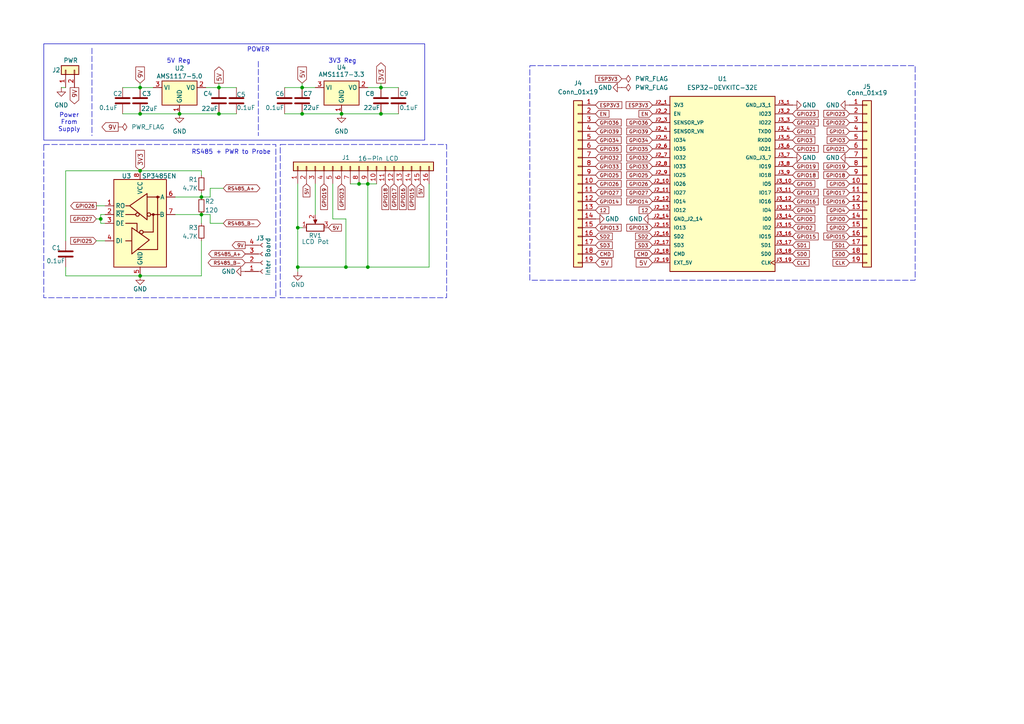
<source format=kicad_sch>
(kicad_sch (version 20231120) (generator "eeschema") (generator_version "8.0")
  (paper "A4")
  (lib_symbols
    (symbol "Connector:Conn_01x04_Socket" (pin_names (offset 1.016) hide)
      (property "Reference" "J" (at 0 5.08 0))
      (property "Value" "Conn_01x04_Socket" (at 0 -7.62 0))
      (symbol "Conn_01x04_Socket_1_1"
        (arc (start 0 -4.572) (mid -0.5058 -5.08) (end 0 -5.588) (stroke (width 0.1524)))
        (arc (start 0 -2.032) (mid -0.5058 -2.54) (end 0 -3.048) (stroke (width 0.1524)))
        (polyline (pts (xy -1.27 -5.08) (xy -0.508 -5.08)) (stroke (width 0.1524)))
        (polyline (pts (xy -1.27 -2.54) (xy -0.508 -2.54)) (stroke (width 0.1524)))
        (polyline (pts (xy -1.27 0) (xy -0.508 0)) (stroke (width 0.1524)))
        (polyline (pts (xy -1.27 2.54) (xy -0.508 2.54)) (stroke (width 0.1524)))
        (arc (start 0 0.508) (mid -0.5058 0) (end 0 -0.508) (stroke (width 0.1524)))
        (arc (start 0 3.048) (mid -0.5058 2.54) (end 0 2.032) (stroke (width 0.1524)))
        (pin passive line (at -5.08 2.54 0) (length 3.81) (name "Pin_1") (number "1"))
        (pin passive line (at -5.08 0 0) (length 3.81) (name "Pin_2") (number "2"))
        (pin passive line (at -5.08 -2.54 0) (length 3.81) (name "Pin_3") (number "3"))
        (pin passive line (at -5.08 -5.08 0) (length 3.81) (name "Pin_4") (number "4"))
      )
    )
    (symbol "Connector_Generic:Conn_01x02" (pin_names (offset 1.016) hide)
      (property "Reference" "J" (at 0 2.54 0))
      (property "Value" "Conn_01x02" (at 0 -5.08 0))
      (symbol "Conn_01x02_1_1"
        (rectangle (start -1.27 -2.413) (end 0 -2.667) (stroke (width 0.1524)))
        (rectangle (start -1.27 0.127) (end 0 -0.127) (stroke (width 0.1524)))
        (rectangle (start -1.27 1.27) (end 1.27 -3.81) (stroke (width 0.254)) (fill (type background)))
        (pin passive line (at -5.08 0 0) (length 3.81) (name "Pin_1") (number "1"))
        (pin passive line (at -5.08 -2.54 0) (length 3.81) (name "Pin_2") (number "2"))
      )
    )
    (symbol "Connector_Generic:Conn_01x16" (pin_names (offset 1.016) hide)
      (property "Reference" "J" (at 0 20.32 0))
      (property "Value" "Conn_01x16" (at 0 -22.86 0))
      (symbol "Conn_01x16_1_1"
        (rectangle (start -1.27 -20.193) (end 0 -20.447) (stroke (width 0.1524)))
        (rectangle (start -1.27 -17.653) (end 0 -17.907) (stroke (width 0.1524)))
        (rectangle (start -1.27 -15.113) (end 0 -15.367) (stroke (width 0.1524)))
        (rectangle (start -1.27 -12.573) (end 0 -12.827) (stroke (width 0.1524)))
        (rectangle (start -1.27 -10.033) (end 0 -10.287) (stroke (width 0.1524)))
        (rectangle (start -1.27 -7.493) (end 0 -7.747) (stroke (width 0.1524)))
        (rectangle (start -1.27 -4.953) (end 0 -5.207) (stroke (width 0.1524)))
        (rectangle (start -1.27 -2.413) (end 0 -2.667) (stroke (width 0.1524)))
        (rectangle (start -1.27 0.127) (end 0 -0.127) (stroke (width 0.1524)))
        (rectangle (start -1.27 2.667) (end 0 2.413) (stroke (width 0.1524)))
        (rectangle (start -1.27 5.207) (end 0 4.953) (stroke (width 0.1524)))
        (rectangle (start -1.27 7.747) (end 0 7.493) (stroke (width 0.1524)))
        (rectangle (start -1.27 10.287) (end 0 10.033) (stroke (width 0.1524)))
        (rectangle (start -1.27 12.827) (end 0 12.573) (stroke (width 0.1524)))
        (rectangle (start -1.27 15.367) (end 0 15.113) (stroke (width 0.1524)))
        (rectangle (start -1.27 17.907) (end 0 17.653) (stroke (width 0.1524)))
        (rectangle (start -1.27 19.05) (end 1.27 -21.59) (stroke (width 0.254)) (fill (type background)))
        (pin passive line (at -5.08 17.78 0) (length 3.81) (name "Pin_1") (number "1"))
        (pin passive line (at -5.08 -5.08 0) (length 3.81) (name "Pin_10") (number "10"))
        (pin passive line (at -5.08 -7.62 0) (length 3.81) (name "Pin_11") (number "11"))
        (pin passive line (at -5.08 -10.16 0) (length 3.81) (name "Pin_12") (number "12"))
        (pin passive line (at -5.08 -12.7 0) (length 3.81) (name "Pin_13") (number "13"))
        (pin passive line (at -5.08 -15.24 0) (length 3.81) (name "Pin_14") (number "14"))
        (pin passive line (at -5.08 -17.78 0) (length 3.81) (name "Pin_15") (number "15"))
        (pin passive line (at -5.08 -20.32 0) (length 3.81) (name "Pin_16") (number "16"))
        (pin passive line (at -5.08 15.24 0) (length 3.81) (name "Pin_2") (number "2"))
        (pin passive line (at -5.08 12.7 0) (length 3.81) (name "Pin_3") (number "3"))
        (pin passive line (at -5.08 10.16 0) (length 3.81) (name "Pin_4") (number "4"))
        (pin passive line (at -5.08 7.62 0) (length 3.81) (name "Pin_5") (number "5"))
        (pin passive line (at -5.08 5.08 0) (length 3.81) (name "Pin_6") (number "6"))
        (pin passive line (at -5.08 2.54 0) (length 3.81) (name "Pin_7") (number "7"))
        (pin passive line (at -5.08 0 0) (length 3.81) (name "Pin_8") (number "8"))
        (pin passive line (at -5.08 -2.54 0) (length 3.81) (name "Pin_9") (number "9"))
      )
    )
    (symbol "Connector_Generic:Conn_01x19" (pin_names (offset 1.016) hide)
      (property "Reference" "J" (at 0 25.4 0))
      (property "Value" "Conn_01x19" (at 0 -25.4 0))
      (symbol "Conn_01x19_1_1"
        (rectangle (start -1.27 -22.733) (end 0 -22.987) (stroke (width 0.1524)))
        (rectangle (start -1.27 -20.193) (end 0 -20.447) (stroke (width 0.1524)))
        (rectangle (start -1.27 -17.653) (end 0 -17.907) (stroke (width 0.1524)))
        (rectangle (start -1.27 -15.113) (end 0 -15.367) (stroke (width 0.1524)))
        (rectangle (start -1.27 -12.573) (end 0 -12.827) (stroke (width 0.1524)))
        (rectangle (start -1.27 -10.033) (end 0 -10.287) (stroke (width 0.1524)))
        (rectangle (start -1.27 -7.493) (end 0 -7.747) (stroke (width 0.1524)))
        (rectangle (start -1.27 -4.953) (end 0 -5.207) (stroke (width 0.1524)))
        (rectangle (start -1.27 -2.413) (end 0 -2.667) (stroke (width 0.1524)))
        (rectangle (start -1.27 0.127) (end 0 -0.127) (stroke (width 0.1524)))
        (rectangle (start -1.27 2.667) (end 0 2.413) (stroke (width 0.1524)))
        (rectangle (start -1.27 5.207) (end 0 4.953) (stroke (width 0.1524)))
        (rectangle (start -1.27 7.747) (end 0 7.493) (stroke (width 0.1524)))
        (rectangle (start -1.27 10.287) (end 0 10.033) (stroke (width 0.1524)))
        (rectangle (start -1.27 12.827) (end 0 12.573) (stroke (width 0.1524)))
        (rectangle (start -1.27 15.367) (end 0 15.113) (stroke (width 0.1524)))
        (rectangle (start -1.27 17.907) (end 0 17.653) (stroke (width 0.1524)))
        (rectangle (start -1.27 20.447) (end 0 20.193) (stroke (width 0.1524)))
        (rectangle (start -1.27 22.987) (end 0 22.733) (stroke (width 0.1524)))
        (rectangle (start -1.27 24.13) (end 1.27 -24.13) (stroke (width 0.254)) (fill (type background)))
        (pin passive line (at -5.08 22.86 0) (length 3.81) (name "Pin_1") (number "1"))
        (pin passive line (at -5.08 0 0) (length 3.81) (name "Pin_10") (number "10"))
        (pin passive line (at -5.08 -2.54 0) (length 3.81) (name "Pin_11") (number "11"))
        (pin passive line (at -5.08 -5.08 0) (length 3.81) (name "Pin_12") (number "12"))
        (pin passive line (at -5.08 -7.62 0) (length 3.81) (name "Pin_13") (number "13"))
        (pin passive line (at -5.08 -10.16 0) (length 3.81) (name "Pin_14") (number "14"))
        (pin passive line (at -5.08 -12.7 0) (length 3.81) (name "Pin_15") (number "15"))
        (pin passive line (at -5.08 -15.24 0) (length 3.81) (name "Pin_16") (number "16"))
        (pin passive line (at -5.08 -17.78 0) (length 3.81) (name "Pin_17") (number "17"))
        (pin passive line (at -5.08 -20.32 0) (length 3.81) (name "Pin_18") (number "18"))
        (pin passive line (at -5.08 -22.86 0) (length 3.81) (name "Pin_19") (number "19"))
        (pin passive line (at -5.08 20.32 0) (length 3.81) (name "Pin_2") (number "2"))
        (pin passive line (at -5.08 17.78 0) (length 3.81) (name "Pin_3") (number "3"))
        (pin passive line (at -5.08 15.24 0) (length 3.81) (name "Pin_4") (number "4"))
        (pin passive line (at -5.08 12.7 0) (length 3.81) (name "Pin_5") (number "5"))
        (pin passive line (at -5.08 10.16 0) (length 3.81) (name "Pin_6") (number "6"))
        (pin passive line (at -5.08 7.62 0) (length 3.81) (name "Pin_7") (number "7"))
        (pin passive line (at -5.08 5.08 0) (length 3.81) (name "Pin_8") (number "8"))
        (pin passive line (at -5.08 2.54 0) (length 3.81) (name "Pin_9") (number "9"))
      )
    )
    (symbol "Device:C" (pin_numbers hide) (pin_names (offset 0.254))
      (property "Reference" "C" (at 0.635 2.54 0))
      (property "Value" "C" (at 0.635 -2.54 0))
      (symbol "C_0_1"
        (polyline (pts (xy -2.032 -0.762) (xy 2.032 -0.762)) (stroke (width 0.508)))
        (polyline (pts (xy -2.032 0.762) (xy 2.032 0.762)) (stroke (width 0.508)))
      )
      (symbol "C_1_1"
        (pin passive line (at 0 3.81 270) (length 2.794) (name "~") (number "1"))
        (pin passive line (at 0 -3.81 90) (length 2.794) (name "~") (number "2"))
      )
    )
    (symbol "Device:R_Potentiometer" (pin_names (offset 1.016) hide)
      (property "Reference" "RV" (at -4.445 0 90))
      (property "Value" "R_Potentiometer" (at -2.54 0 90))
      (symbol "R_Potentiometer_0_1"
        (polyline (pts (xy 2.54 0) (xy 1.524 0)))
        (polyline (pts (xy 1.143 0) (xy 2.286 0.508) (xy 2.286 -0.508) (xy 1.143 0)) (fill (type outline)))
        (rectangle (start 1.016 2.54) (end -1.016 -2.54) (stroke (width 0.254)))
      )
      (symbol "R_Potentiometer_1_1"
        (pin passive line (at 0 3.81 270) (length 1.27) (name "1") (number "1"))
        (pin passive line (at 3.81 0 180) (length 1.27) (name "2") (number "2"))
        (pin passive line (at 0 -3.81 90) (length 1.27) (name "3") (number "3"))
      )
    )
    (symbol "Device:R_Small" (pin_numbers hide) (pin_names (offset 0.254) hide)
      (property "Reference" "R" (at 0.762 0.508 0))
      (property "Value" "R_Small" (at 0.762 -1.016 0))
      (symbol "R_Small_0_1"
        (rectangle (start -0.762 1.778) (end 0.762 -1.778) (stroke (width 0.2032)))
      )
      (symbol "R_Small_1_1"
        (pin passive line (at 0 2.54 270) (length 0.762) (name "~") (number "1"))
        (pin passive line (at 0 -2.54 90) (length 0.762) (name "~") (number "2"))
      )
    )
    (symbol "Interface_UART:SP3485EN"
      (property "Reference" "U" (at -7.62 13.97 0))
      (property "Value" "SP3485EN" (at 1.905 13.97 0))
      (symbol "SP3485EN_0_1"
        (rectangle (start -7.62 12.7) (end 7.62 -12.7) (stroke (width 0.254)) (fill (type background)))
        (polyline (pts (xy -4.191 2.54) (xy -1.27 2.54)) (stroke (width 0.254)))
        (polyline (pts (xy -2.54 -5.08) (xy -4.191 -5.08)) (stroke (width 0.254)))
        (polyline (pts (xy -0.635 -7.62) (xy 5.08 -7.62)) (stroke (width 0.254)))
        (polyline (pts (xy 0.889 -2.54) (xy 3.81 -2.54)) (stroke (width 0.254)))
        (polyline (pts (xy 2.032 7.62) (xy 5.715 7.62)) (stroke (width 0.254)))
        (polyline (pts (xy 3.048 2.54) (xy 5.715 2.54)) (stroke (width 0.254)))
        (polyline (pts (xy 3.81 -2.54) (xy 3.81 2.54)) (stroke (width 0.254)))
        (polyline (pts (xy 5.08 -7.62) (xy 5.08 7.62)) (stroke (width 0.254)))
        (polyline (pts (xy -4.191 0) (xy -0.889 0) (xy -0.889 -2.286)) (stroke (width 0.254)))
        (polyline (pts (xy -3.175 5.08) (xy -4.191 5.08) (xy -4.064 5.08)) (stroke (width 0.254)))
        (polyline (pts (xy -2.413 -5.08) (xy -2.413 -1.27) (xy 2.667 -4.826) (xy -2.413 -8.89) (xy -2.413 -5.08)) (stroke (width 0.254)))
        (circle (center 0.381 -2.54) (radius 0.508) (stroke (width 0.254)))
        (circle (center 3.81 2.54) (radius 0.2794) (stroke (width 0.254)) (fill (type outline)))
      )
      (symbol "SP3485EN_1_1"
        (circle (center -0.762 2.54) (radius 0.508) (stroke (width 0.254)))
        (polyline (pts (xy 2.032 4.826) (xy 2.032 8.636) (xy -3.048 5.08) (xy 2.032 1.016) (xy 2.032 4.826)) (stroke (width 0.254)))
        (circle (center 2.54 2.54) (radius 0.508) (stroke (width 0.254)))
        (circle (center 5.08 7.62) (radius 0.2794) (stroke (width 0.254)) (fill (type outline)))
        (pin output line (at -10.16 5.08 0) (length 2.54) (name "RO") (number "1"))
        (pin input line (at -10.16 2.54 0) (length 2.54) (name "~{RE}") (number "2"))
        (pin input line (at -10.16 0 0) (length 2.54) (name "DE") (number "3"))
        (pin input line (at -10.16 -5.08 0) (length 2.54) (name "DI") (number "4"))
        (pin power_in line (at 0 -15.24 90) (length 2.54) (name "GND") (number "5"))
        (pin bidirectional line (at 10.16 7.62 180) (length 2.54) (name "A") (number "6"))
        (pin bidirectional line (at 10.16 2.54 180) (length 2.54) (name "B") (number "7"))
        (pin power_in line (at 0 15.24 270) (length 2.54) (name "VCC") (number "8"))
      )
    )
    (symbol "Regulator_Linear:AMS1117-3.3"
      (property "Reference" "U" (at -3.81 3.175 0))
      (property "Value" "AMS1117-3.3" (at 0 3.175 0))
      (symbol "AMS1117-3.3_0_1"
        (rectangle (start -5.08 -5.08) (end 5.08 1.905) (stroke (width 0.254)) (fill (type background)))
      )
      (symbol "AMS1117-3.3_1_1"
        (pin power_in line (at 0 -7.62 90) (length 2.54) (name "GND") (number "1"))
        (pin power_out line (at 7.62 0 180) (length 2.54) (name "VO") (number "2"))
        (pin power_in line (at -7.62 0 0) (length 2.54) (name "VI") (number "3"))
      )
    )
    (symbol "Regulator_Linear:AMS1117-5.0"
      (property "Reference" "U" (at -3.81 3.175 0))
      (property "Value" "AMS1117-5.0" (at 0 3.175 0))
      (symbol "AMS1117-5.0_0_1"
        (rectangle (start -5.08 -5.08) (end 5.08 1.905) (stroke (width 0.254)) (fill (type background)))
      )
      (symbol "AMS1117-5.0_1_1"
        (pin power_in line (at 0 -7.62 90) (length 2.54) (name "GND") (number "1"))
        (pin power_out line (at 7.62 0 180) (length 2.54) (name "VO") (number "2"))
        (pin power_in line (at -7.62 0 0) (length 2.54) (name "VI") (number "3"))
      )
    )
    (symbol "ThesisLibrary:ESP32-DEVKITC-32E" (pin_names (offset 1.016))
      (property "Reference" "U" (at -15.24 26.162 0))
      (property "Value" "ESP32-DEVKITC-32E" (at -15.24 -27.94 0))
      (symbol "ESP32-DEVKITC-32E_0_0"
        (rectangle (start -15.24 -25.4) (end 15.24 25.4) (stroke (width 0.254)) (fill (type background)))
        (pin power_in line (at -20.32 22.86 0) (length 5.08) (name "3V3") (number "J2_1"))
        (pin bidirectional line (at -20.32 0 0) (length 5.08) (name "IO26") (number "J2_10"))
        (pin bidirectional line (at -20.32 -2.54 0) (length 5.08) (name "IO27") (number "J2_11"))
        (pin bidirectional line (at -20.32 -5.08 0) (length 5.08) (name "IO14") (number "J2_12"))
        (pin bidirectional line (at -20.32 -7.62 0) (length 5.08) (name "IO12") (number "J2_13"))
        (pin power_in line (at -20.32 -10.16 0) (length 5.08) (name "GND_J2_14") (number "J2_14"))
        (pin bidirectional line (at -20.32 -12.7 0) (length 5.08) (name "IO13") (number "J2_15"))
        (pin bidirectional line (at -20.32 -15.24 0) (length 5.08) (name "SD2") (number "J2_16"))
        (pin bidirectional line (at -20.32 -17.78 0) (length 5.08) (name "SD3") (number "J2_17"))
        (pin bidirectional line (at -20.32 -20.32 0) (length 5.08) (name "CMD") (number "J2_18"))
        (pin power_in line (at -20.32 -22.86 0) (length 5.08) (name "EXT_5V") (number "J2_19"))
        (pin input line (at -20.32 20.32 0) (length 5.08) (name "EN") (number "J2_2"))
        (pin bidirectional line (at -20.32 17.78 0) (length 5.08) (name "SENSOR_VP") (number "J2_3"))
        (pin bidirectional line (at -20.32 15.24 0) (length 5.08) (name "SENSOR_VN") (number "J2_4"))
        (pin bidirectional line (at -20.32 12.7 0) (length 5.08) (name "IO34") (number "J2_5"))
        (pin bidirectional line (at -20.32 10.16 0) (length 5.08) (name "IO35") (number "J2_6"))
        (pin bidirectional line (at -20.32 7.62 0) (length 5.08) (name "IO32") (number "J2_7"))
        (pin bidirectional line (at -20.32 5.08 0) (length 5.08) (name "IO33") (number "J2_8"))
        (pin bidirectional line (at -20.32 2.54 0) (length 5.08) (name "IO25") (number "J2_9"))
        (pin power_in line (at 20.32 22.86 180) (length 5.08) (name "GND_J3_1") (number "J3_1"))
        (pin bidirectional line (at 20.32 0 180) (length 5.08) (name "IO5") (number "J3_10"))
        (pin bidirectional line (at 20.32 -2.54 180) (length 5.08) (name "IO17") (number "J3_11"))
        (pin bidirectional line (at 20.32 -5.08 180) (length 5.08) (name "IO16") (number "J3_12"))
        (pin bidirectional line (at 20.32 -7.62 180) (length 5.08) (name "IO4") (number "J3_13"))
        (pin bidirectional line (at 20.32 -10.16 180) (length 5.08) (name "IO0") (number "J3_14"))
        (pin bidirectional line (at 20.32 -12.7 180) (length 5.08) (name "IO2") (number "J3_15"))
        (pin bidirectional line (at 20.32 -15.24 180) (length 5.08) (name "IO15") (number "J3_16"))
        (pin bidirectional line (at 20.32 -17.78 180) (length 5.08) (name "SD1") (number "J3_17"))
        (pin bidirectional line (at 20.32 -20.32 180) (length 5.08) (name "SD0") (number "J3_18"))
        (pin bidirectional clock (at 20.32 -22.86 180) (length 5.08) (name "CLK") (number "J3_19"))
        (pin bidirectional line (at 20.32 20.32 180) (length 5.08) (name "IO23") (number "J3_2"))
        (pin bidirectional line (at 20.32 17.78 180) (length 5.08) (name "IO22") (number "J3_3"))
        (pin bidirectional line (at 20.32 15.24 180) (length 5.08) (name "TXD0") (number "J3_4"))
        (pin bidirectional line (at 20.32 12.7 180) (length 5.08) (name "RXD0") (number "J3_5"))
        (pin bidirectional line (at 20.32 10.16 180) (length 5.08) (name "IO21") (number "J3_6"))
        (pin power_in line (at 20.32 7.62 180) (length 5.08) (name "GND_J3_7") (number "J3_7"))
        (pin bidirectional line (at 20.32 5.08 180) (length 5.08) (name "IO19") (number "J3_8"))
        (pin bidirectional line (at 20.32 2.54 180) (length 5.08) (name "IO18") (number "J3_9"))
      )
    )
    (symbol "power:GND" (power) (pin_numbers hide) (pin_names (offset 0) hide)
      (property "Value" "GND" (at 0 -3.81 0))
      (symbol "GND_0_1"
        (polyline (pts (xy 0 0) (xy 0 -1.27) (xy 1.27 -1.27) (xy 0 -2.54) (xy -1.27 -1.27) (xy 0 -1.27)))
      )
      (symbol "GND_1_1"
        (pin power_in line (at 0 0 270) (length 0) (name "~") (number "1"))
      )
    )
    (symbol "power:PWR_FLAG" (power) (pin_numbers hide) (pin_names (offset 0) hide)
      (property "Value" "PWR_FLAG" (at 0 3.81 0))
      (symbol "PWR_FLAG_0_0"
        (pin power_out line (at 0 0 90) (length 0) (name "~") (number "1"))
      )
      (symbol "PWR_FLAG_0_1"
        (polyline (pts (xy 0 0) (xy 0 1.27) (xy -1.016 1.905) (xy 0 2.54) (xy 1.016 1.905) (xy 0 1.27)))
      )
    )
  )
  (junction (at 99.06 33.02))
  (junction (at 58.42 57.15))
  (junction (at 86.36 66.04))
  (junction (at 87.63 25.4))
  (junction (at 110.49 25.4))
  (junction (at 86.36 77.47))
  (junction (at 52.07 33.02))
  (junction (at 104.14 53.34))
  (junction (at 58.42 62.23))
  (junction (at 106.68 53.34))
  (junction (at 29.21 63.5))
  (junction (at 87.63 33.02))
  (junction (at 106.68 77.47))
  (junction (at 40.64 49.53))
  (junction (at 40.64 80.01))
  (junction (at 63.5 33.02))
  (junction (at 110.49 33.02))
  (junction (at 100.33 77.47))
  (junction (at 40.64 25.4))
  (junction (at 63.5 25.4))
  (junction (at 40.64 33.02))
  (wire (pts (xy 29.21 63.5) (xy 29.21 64.77)))
  (wire (pts (xy 58.42 62.23) (xy 58.42 64.77)))
  (polyline (pts (xy 74.93 17.78) (xy 74.93 39.37)) (stroke (width 0) (type dash)))
  (wire (pts (xy 58.42 57.15) (xy 50.8 57.15)))
  (wire (pts (xy 63.5 33.02) (xy 68.58 33.02)))
  (wire (pts (xy 124.46 53.34) (xy 124.46 77.47)))
  (wire (pts (xy 58.42 55.88) (xy 58.42 57.15)))
  (wire (pts (xy 35.56 33.02) (xy 40.64 33.02)))
  (wire (pts (xy 52.07 33.02) (xy 63.5 33.02)))
  (wire (pts (xy 106.68 25.4) (xy 110.49 25.4)))
  (wire (pts (xy 60.96 54.61) (xy 60.96 57.15)))
  (wire (pts (xy 100.33 63.5) (xy 100.33 77.47)))
  (wire (pts (xy 110.49 24.13) (xy 110.49 25.4)))
  (wire (pts (xy 99.06 33.02) (xy 110.49 33.02)))
  (wire (pts (xy 40.64 25.4) (xy 44.45 25.4)))
  (wire (pts (xy 27.94 59.69) (xy 30.48 59.69)))
  (wire (pts (xy 19.05 49.53) (xy 40.64 49.53)))
  (wire (pts (xy 17.78 25.4) (xy 19.05 25.4)))
  (wire (pts (xy 100.33 77.47) (xy 106.68 77.47)))
  (wire (pts (xy 29.21 62.23) (xy 29.21 63.5)))
  (wire (pts (xy 104.14 53.34) (xy 106.68 53.34)))
  (wire (pts (xy 60.96 64.77) (xy 64.77 64.77)))
  (wire (pts (xy 19.05 77.47) (xy 19.05 80.01)))
  (wire (pts (xy 64.77 54.61) (xy 60.96 54.61)))
  (wire (pts (xy 86.36 78.74) (xy 86.36 77.47)))
  (wire (pts (xy 58.42 62.23) (xy 60.96 62.23)))
  (wire (pts (xy 82.55 25.4) (xy 87.63 25.4)))
  (wire (pts (xy 29.21 62.23) (xy 30.48 62.23)))
  (wire (pts (xy 86.36 77.47) (xy 86.36 66.04)))
  (wire (pts (xy 60.96 57.15) (xy 58.42 57.15)))
  (wire (pts (xy 87.63 24.13) (xy 87.63 25.4)))
  (wire (pts (xy 40.64 49.53) (xy 58.42 49.53)))
  (wire (pts (xy 86.36 53.34) (xy 86.36 66.04)))
  (wire (pts (xy 106.68 77.47) (xy 124.46 77.47)))
  (wire (pts (xy 19.05 80.01) (xy 40.64 80.01)))
  (wire (pts (xy 110.49 33.02) (xy 115.57 33.02)))
  (polyline (pts (xy 26.67 13.97) (xy 26.67 39.37)) (stroke (width 0) (type dash)))
  (wire (pts (xy 60.96 62.23) (xy 60.96 64.77)))
  (wire (pts (xy 96.52 53.34) (xy 96.52 63.5)))
  (wire (pts (xy 58.42 49.53) (xy 58.42 50.8)))
  (wire (pts (xy 96.52 63.5) (xy 100.33 63.5)))
  (wire (pts (xy 59.69 25.4) (xy 63.5 25.4)))
  (wire (pts (xy 106.68 53.34) (xy 109.22 53.34)))
  (wire (pts (xy 27.94 69.85) (xy 30.48 69.85)))
  (wire (pts (xy 19.05 69.85) (xy 19.05 49.53)))
  (wire (pts (xy 91.44 53.34) (xy 91.44 62.23)))
  (wire (pts (xy 63.5 24.13) (xy 63.5 25.4)))
  (wire (pts (xy 58.42 62.23) (xy 50.8 62.23)))
  (wire (pts (xy 29.21 64.77) (xy 30.48 64.77)))
  (wire (pts (xy 40.64 24.13) (xy 40.64 25.4)))
  (wire (pts (xy 106.68 53.34) (xy 106.68 77.47)))
  (wire (pts (xy 35.56 25.4) (xy 40.64 25.4)))
  (wire (pts (xy 58.42 69.85) (xy 58.42 80.01)))
  (wire (pts (xy 58.42 80.01) (xy 40.64 80.01)))
  (wire (pts (xy 101.6 53.34) (xy 104.14 53.34)))
  (wire (pts (xy 110.49 25.4) (xy 115.57 25.4)))
  (wire (pts (xy 82.55 33.02) (xy 87.63 33.02)))
  (wire (pts (xy 87.63 25.4) (xy 91.44 25.4)))
  (wire (pts (xy 40.64 33.02) (xy 52.07 33.02)))
  (wire (pts (xy 86.36 66.04) (xy 87.63 66.04)))
  (wire (pts (xy 87.63 33.02) (xy 99.06 33.02)))
  (wire (pts (xy 100.33 77.47) (xy 86.36 77.47)))
  (wire (pts (xy 27.94 63.5) (xy 29.21 63.5)))
  (wire (pts (xy 63.5 25.4) (xy 68.58 25.4)))
  (rectangle (start 12.7 12.7) (end 123.19 40.64))
  (rectangle (start 81.28 41.91) (end 129.54 86.36) (stroke (width 0) (type dash)))
  (rectangle (start 153.67 19.05) (end 265.43 81.28) (stroke (width 0) (type dash)))
  (rectangle (start 12.7 41.91) (end 80.01 86.36) (stroke (width 0) (type dash)))
  (text "5V Reg" (at 51.816 17.78 0) (effects (font (size 1.27 1.27))))
  (text "RS485 + PWR to Probe" (at 67.056 44.196 0) (effects (font (size 1.27 1.27))))
  (text "Power\nFrom\nSupply" (at 20.066 35.56 0) (effects (font (size 1.27 1.27))))
  (text "POWER\n" (at 74.93 14.478 0) (effects (font (size 1.27 1.27))))
  (text "3V3 Reg" (at 99.314 17.78 0) (effects (font (size 1.27 1.27))))
  (global_label "5V" (shape input) (at 172.72 76.2 0) (property "Intersheetrefs" "${INTERSHEET_REFS}" (effects (hide yes))))
  (global_label "GPIO18" (shape input) (at 229.87 50.8 0) (effects (font (size 1.016 1.016))) (property "Intersheetrefs" "${INTERSHEET_REFS}" (effects (hide yes))))
  (global_label "9V" (shape output) (at 71.12 71.12 180) (effects (font (size 1.016 1.016))) (property "Intersheetrefs" "${INTERSHEET_REFS}" (effects (hide yes))))
  (global_label "SD1" (shape input) (at 229.87 71.12 0) (effects (font (size 1.016 1.016))) (property "Intersheetrefs" "${INTERSHEET_REFS}" (effects (hide yes))))
  (global_label "GPIO23" (shape input) (at 229.87 33.02 0) (effects (font (size 1.016 1.016))) (property "Intersheetrefs" "${INTERSHEET_REFS}" (effects (hide yes))))
  (global_label "GPIO3" (shape input) (at 229.87 40.64 0) (effects (font (size 1.016 1.016))) (property "Intersheetrefs" "${INTERSHEET_REFS}" (effects (hide yes))))
  (global_label "GPIO4" (shape input) (at 246.38 60.96 180) (effects (font (size 1.016 1.016))) (property "Intersheetrefs" "${INTERSHEET_REFS}" (effects (hide yes))))
  (global_label "GPIO15" (shape input) (at 229.87 68.58 0) (effects (font (size 1.016 1.016))) (property "Intersheetrefs" "${INTERSHEET_REFS}" (effects (hide yes))))
  (global_label "GPIO5" (shape input) (at 229.87 53.34 0) (effects (font (size 1.016 1.016))) (property "Intersheetrefs" "${INTERSHEET_REFS}" (effects (hide yes))))
  (global_label "3V3" (shape input) (at 40.64 49.53 90) (property "Intersheetrefs" "${INTERSHEET_REFS}" (effects (hide yes))))
  (global_label "GPIO3" (shape input) (at 246.38 40.64 180) (effects (font (size 1.016 1.016))) (property "Intersheetrefs" "${INTERSHEET_REFS}" (effects (hide yes))))
  (global_label "GPIO36" (shape input) (at 189.23 35.56 180) (effects (font (size 1.016 1.016))) (property "Intersheetrefs" "${INTERSHEET_REFS}" (effects (hide yes))))
  (global_label "GPIO1" (shape input) (at 229.87 38.1 0) (effects (font (size 1.016 1.016))) (property "Intersheetrefs" "${INTERSHEET_REFS}" (effects (hide yes))))
  (global_label "SD3" (shape input) (at 189.23 71.12 180) (effects (font (size 1.016 1.016))) (property "Intersheetrefs" "${INTERSHEET_REFS}" (effects (hide yes))))
  (global_label "GPIO19" (shape input) (at 93.98 53.34 270) (effects (font (size 1.016 1.016))) (property "Intersheetrefs" "${INTERSHEET_REFS}" (effects (hide yes))))
  (global_label "CMD" (shape input) (at 172.72 73.66 0) (effects (font (size 1.016 1.016))) (property "Intersheetrefs" "${INTERSHEET_REFS}" (effects (hide yes))))
  (global_label "9V" (shape output) (at 21.59 25.4 270) (property "Intersheetrefs" "${INTERSHEET_REFS}" (effects (hide yes))))
  (global_label "GPIO16" (shape input) (at 229.87 58.42 0) (effects (font (size 1.016 1.016))) (property "Intersheetrefs" "${INTERSHEET_REFS}" (effects (hide yes))))
  (global_label "GPIO35" (shape input) (at 172.72 43.18 0) (effects (font (size 1.016 1.016))) (property "Intersheetrefs" "${INTERSHEET_REFS}" (effects (hide yes))))
  (global_label "GPIO26" (shape input) (at 189.23 53.34 180) (effects (font (size 1.016 1.016))) (property "Intersheetrefs" "${INTERSHEET_REFS}" (effects (hide yes))))
  (global_label "5V" (shape input) (at 189.23 76.2 180) (property "Intersheetrefs" "${INTERSHEET_REFS}" (effects (hide yes))))
  (global_label "GPIO32" (shape input) (at 189.23 45.72 180) (effects (font (size 1.016 1.016))) (property "Intersheetrefs" "${INTERSHEET_REFS}" (effects (hide yes))))
  (global_label "GPIO33" (shape input) (at 189.23 48.26 180) (effects (font (size 1.016 1.016))) (property "Intersheetrefs" "${INTERSHEET_REFS}" (effects (hide yes))))
  (global_label "5V" (shape input) (at 121.92 53.34 270) (effects (font (size 1.016 1.016))) (property "Intersheetrefs" "${INTERSHEET_REFS}" (effects (hide yes))))
  (global_label "GPIO25" (shape input) (at 172.72 50.8 0) (effects (font (size 1.016 1.016))) (property "Intersheetrefs" "${INTERSHEET_REFS}" (effects (hide yes))))
  (global_label "GPIO13" (shape input) (at 189.23 66.04 180) (effects (font (size 1.016 1.016))) (property "Intersheetrefs" "${INTERSHEET_REFS}" (effects (hide yes))))
  (global_label "GPIO36" (shape input) (at 172.72 35.56 0) (effects (font (size 1.016 1.016))) (property "Intersheetrefs" "${INTERSHEET_REFS}" (effects (hide yes))))
  (global_label "RS485_A+" (shape bidirectional) (at 71.12 73.66 180) (effects (font (size 1.016 1.016))) (property "Intersheetrefs" "${INTERSHEET_REFS}" (effects (hide yes))))
  (global_label "CLK" (shape input) (at 229.87 76.2 0) (effects (font (size 1.016 1.016))) (property "Intersheetrefs" "${INTERSHEET_REFS}" (effects (hide yes))))
  (global_label "SD2" (shape input) (at 172.72 68.58 0) (effects (font (size 1.016 1.016))) (property "Intersheetrefs" "${INTERSHEET_REFS}" (effects (hide yes))))
  (global_label "GPIO27" (shape input) (at 172.72 55.88 0) (effects (font (size 1.016 1.016))) (property "Intersheetrefs" "${INTERSHEET_REFS}" (effects (hide yes))))
  (global_label "9V" (shape output) (at 34.29 36.83 180) (property "Intersheetrefs" "${INTERSHEET_REFS}" (effects (hide yes))))
  (global_label "GPIO16" (shape input) (at 116.84 53.34 270) (effects (font (size 1.016 1.016))) (property "Intersheetrefs" "${INTERSHEET_REFS}" (effects (hide yes))))
  (global_label "5V" (shape output) (at 63.5 24.13 90) (property "Intersheetrefs" "${INTERSHEET_REFS}" (effects (hide yes))))
  (global_label "RS485_A+" (shape bidirectional) (at 64.77 54.61 0) (effects (font (size 1.016 1.016))) (property "Intersheetrefs" "${INTERSHEET_REFS}" (effects (hide yes))))
  (global_label "GPIO39" (shape input) (at 172.72 38.1 0) (effects (font (size 1.016 1.016))) (property "Intersheetrefs" "${INTERSHEET_REFS}" (effects (hide yes))))
  (global_label "12" (shape input) (at 189.23 60.96 180) (effects (font (size 1.016 1.016))) (property "Intersheetrefs" "${INTERSHEET_REFS}" (effects (hide yes))))
  (global_label "GPIO21" (shape input) (at 229.87 43.18 0) (effects (font (size 1.016 1.016))) (property "Intersheetrefs" "${INTERSHEET_REFS}" (effects (hide yes))))
  (global_label "SD2" (shape input) (at 189.23 68.58 180) (effects (font (size 1.016 1.016))) (property "Intersheetrefs" "${INTERSHEET_REFS}" (effects (hide yes))))
  (global_label "RS485_B-" (shape bidirectional) (at 71.12 76.2 180) (effects (font (size 1.016 1.016))) (property "Intersheetrefs" "${INTERSHEET_REFS}" (effects (hide yes))))
  (global_label "GPIO0" (shape input) (at 246.38 63.5 180) (effects (font (size 1.016 1.016))) (property "Intersheetrefs" "${INTERSHEET_REFS}" (effects (hide yes))))
  (global_label "GPIO17" (shape input) (at 229.87 55.88 0) (effects (font (size 1.016 1.016))) (property "Intersheetrefs" "${INTERSHEET_REFS}" (effects (hide yes))))
  (global_label "SD3" (shape input) (at 172.72 71.12 0) (effects (font (size 1.016 1.016))) (property "Intersheetrefs" "${INTERSHEET_REFS}" (effects (hide yes))))
  (global_label "9V" (shape input) (at 40.64 24.13 90) (property "Intersheetrefs" "${INTERSHEET_REFS}" (effects (hide yes))))
  (global_label "GPIO25" (shape input) (at 189.23 50.8 180) (effects (font (size 1.016 1.016))) (property "Intersheetrefs" "${INTERSHEET_REFS}" (effects (hide yes))))
  (global_label "GPIO23" (shape input) (at 246.38 33.02 180) (effects (font (size 1.016 1.016))) (property "Intersheetrefs" "${INTERSHEET_REFS}" (effects (hide yes))))
  (global_label "EN" (shape input) (at 172.72 33.02 0) (effects (font (size 1.016 1.016))) (property "Intersheetrefs" "${INTERSHEET_REFS}" (effects (hide yes))))
  (global_label "GPIO15" (shape input) (at 246.38 68.58 180) (effects (font (size 1.016 1.016))) (property "Intersheetrefs" "${INTERSHEET_REFS}" (effects (hide yes))))
  (global_label "GPIO16" (shape input) (at 246.38 58.42 180) (effects (font (size 1.016 1.016))) (property "Intersheetrefs" "${INTERSHEET_REFS}" (effects (hide yes))))
  (global_label "ESP3V3" (shape input) (at 172.72 30.48 0) (effects (font (size 1.016 1.016))) (property "Intersheetrefs" "${INTERSHEET_REFS}" (effects (hide yes))))
  (global_label "GPIO21" (shape input) (at 246.38 43.18 180) (effects (font (size 1.016 1.016))) (property "Intersheetrefs" "${INTERSHEET_REFS}" (effects (hide yes))))
  (global_label "GPIO14" (shape input) (at 189.23 58.42 180) (effects (font (size 1.016 1.016))) (property "Intersheetrefs" "${INTERSHEET_REFS}" (effects (hide yes))))
  (global_label "GPIO17" (shape input) (at 246.38 55.88 180) (effects (font (size 1.016 1.016))) (property "Intersheetrefs" "${INTERSHEET_REFS}" (effects (hide yes))))
  (global_label "GPIO23" (shape input) (at 99.06 53.34 270) (effects (font (size 1.016 1.016))) (property "Intersheetrefs" "${INTERSHEET_REFS}" (effects (hide yes))))
  (global_label "GPIO27" (shape input) (at 27.94 63.5 180) (effects (font (size 1.016 1.016))) (property "Intersheetrefs" "${INTERSHEET_REFS}" (effects (hide yes))))
  (global_label "SD0" (shape input) (at 246.38 73.66 180) (effects (font (size 1.016 1.016))) (property "Intersheetrefs" "${INTERSHEET_REFS}" (effects (hide yes))))
  (global_label "ESP3V3" (shape input) (at 180.34 22.86 180) (effects (font (size 1.016 1.016))) (property "Intersheetrefs" "${INTERSHEET_REFS}" (effects (hide yes))))
  (global_label "GPIO19" (shape input) (at 246.38 48.26 180) (effects (font (size 1.016 1.016))) (property "Intersheetrefs" "${INTERSHEET_REFS}" (effects (hide yes))))
  (global_label "5V" (shape input) (at 87.63 24.13 90) (property "Intersheetrefs" "${INTERSHEET_REFS}" (effects (hide yes))))
  (global_label "CMD" (shape input) (at 189.23 73.66 180) (effects (font (size 1.016 1.016))) (property "Intersheetrefs" "${INTERSHEET_REFS}" (effects (hide yes))))
  (global_label "GPIO34" (shape input) (at 172.72 40.64 0) (effects (font (size 1.016 1.016))) (property "Intersheetrefs" "${INTERSHEET_REFS}" (effects (hide yes))))
  (global_label "GPIO32" (shape input) (at 172.72 45.72 0) (effects (font (size 1.016 1.016))) (property "Intersheetrefs" "${INTERSHEET_REFS}" (effects (hide yes))))
  (global_label "GPIO17" (shape input) (at 114.3 53.34 270) (effects (font (size 1.016 1.016))) (property "Intersheetrefs" "${INTERSHEET_REFS}" (effects (hide yes))))
  (global_label "EN" (shape input) (at 189.23 33.02 180) (effects (font (size 1.016 1.016))) (property "Intersheetrefs" "${INTERSHEET_REFS}" (effects (hide yes))))
  (global_label "GPIO13" (shape input) (at 172.72 66.04 0) (effects (font (size 1.016 1.016))) (property "Intersheetrefs" "${INTERSHEET_REFS}" (effects (hide yes))))
  (global_label "GPIO26" (shape output) (at 27.94 59.69 180) (effects (font (size 1.016 1.016))) (property "Intersheetrefs" "${INTERSHEET_REFS}" (effects (hide yes))))
  (global_label "GPIO15" (shape input) (at 119.38 53.34 270) (effects (font (size 1.016 1.016))) (property "Intersheetrefs" "${INTERSHEET_REFS}" (effects (hide yes))))
  (global_label "GPIO5" (shape input) (at 246.38 53.34 180) (effects (font (size 1.016 1.016))) (property "Intersheetrefs" "${INTERSHEET_REFS}" (effects (hide yes))))
  (global_label "GPIO2" (shape input) (at 246.38 66.04 180) (effects (font (size 1.016 1.016))) (property "Intersheetrefs" "${INTERSHEET_REFS}" (effects (hide yes))))
  (global_label "CLK" (shape input) (at 246.38 76.2 180) (effects (font (size 1.016 1.016))) (property "Intersheetrefs" "${INTERSHEET_REFS}" (effects (hide yes))))
  (global_label "GPIO26" (shape input) (at 172.72 53.34 0) (effects (font (size 1.016 1.016))) (property "Intersheetrefs" "${INTERSHEET_REFS}" (effects (hide yes))))
  (global_label "GPIO33" (shape input) (at 172.72 48.26 0) (effects (font (size 1.016 1.016))) (property "Intersheetrefs" "${INTERSHEET_REFS}" (effects (hide yes))))
  (global_label "GPIO4" (shape input) (at 229.87 60.96 0) (effects (font (size 1.016 1.016))) (property "Intersheetrefs" "${INTERSHEET_REFS}" (effects (hide yes))))
  (global_label "GPIO1" (shape input) (at 246.38 38.1 180) (effects (font (size 1.016 1.016))) (property "Intersheetrefs" "${INTERSHEET_REFS}" (effects (hide yes))))
  (global_label "GPIO0" (shape input) (at 229.87 63.5 0) (effects (font (size 1.016 1.016))) (property "Intersheetrefs" "${INTERSHEET_REFS}" (effects (hide yes))))
  (global_label "5V" (shape input) (at 95.25 66.04 0) (effects (font (size 1.016 1.016))) (property "Intersheetrefs" "${INTERSHEET_REFS}" (effects (hide yes))))
  (global_label "SD1" (shape input) (at 246.38 71.12 180) (effects (font (size 1.016 1.016))) (property "Intersheetrefs" "${INTERSHEET_REFS}" (effects (hide yes))))
  (global_label "GPIO34" (shape input) (at 189.23 40.64 180) (effects (font (size 1.016 1.016))) (property "Intersheetrefs" "${INTERSHEET_REFS}" (effects (hide yes))))
  (global_label "ESP3V3" (shape input) (at 189.23 30.48 180) (effects (font (size 1.016 1.016))) (property "Intersheetrefs" "${INTERSHEET_REFS}" (effects (hide yes))))
  (global_label "5V" (shape input) (at 88.9 53.34 270) (effects (font (size 1.016 1.016))) (property "Intersheetrefs" "${INTERSHEET_REFS}" (effects (hide yes))))
  (global_label "GPIO39" (shape input) (at 189.23 38.1 180) (effects (font (size 1.016 1.016))) (property "Intersheetrefs" "${INTERSHEET_REFS}" (effects (hide yes))))
  (global_label "GPIO27" (shape input) (at 189.23 55.88 180) (effects (font (size 1.016 1.016))) (property "Intersheetrefs" "${INTERSHEET_REFS}" (effects (hide yes))))
  (global_label "GPIO2" (shape input) (at 229.87 66.04 0) (effects (font (size 1.016 1.016))) (property "Intersheetrefs" "${INTERSHEET_REFS}" (effects (hide yes))))
  (global_label "GPIO19" (shape input) (at 229.87 48.26 0) (effects (font (size 1.016 1.016))) (property "Intersheetrefs" "${INTERSHEET_REFS}" (effects (hide yes))))
  (global_label "SD0" (shape input) (at 229.87 73.66 0) (effects (font (size 1.016 1.016))) (property "Intersheetrefs" "${INTERSHEET_REFS}" (effects (hide yes))))
  (global_label "12" (shape input) (at 172.72 60.96 0) (effects (font (size 1.016 1.016))) (property "Intersheetrefs" "${INTERSHEET_REFS}" (effects (hide yes))))
  (global_label "3V3" (shape output) (at 110.49 24.13 90) (property "Intersheetrefs" "${INTERSHEET_REFS}" (effects (hide yes))))
  (global_label "GPIO35" (shape input) (at 189.23 43.18 180) (effects (font (size 1.016 1.016))) (property "Intersheetrefs" "${INTERSHEET_REFS}" (effects (hide yes))))
  (global_label "GPIO25" (shape input) (at 27.94 69.85 180) (effects (font (size 1.016 1.016))) (property "Intersheetrefs" "${INTERSHEET_REFS}" (effects (hide yes))))
  (global_label "GPIO22" (shape input) (at 229.87 35.56 0) (effects (font (size 1.016 1.016))) (property "Intersheetrefs" "${INTERSHEET_REFS}" (effects (hide yes))))
  (global_label "RS485_B-" (shape bidirectional) (at 64.77 64.77 0) (effects (font (size 1.016 1.016))) (property "Intersheetrefs" "${INTERSHEET_REFS}" (effects (hide yes))))
  (global_label "GPIO18" (shape input) (at 111.76 53.34 270) (effects (font (size 1.016 1.016))) (property "Intersheetrefs" "${INTERSHEET_REFS}" (effects (hide yes))))
  (global_label "GPIO18" (shape input) (at 246.38 50.8 180) (effects (font (size 1.016 1.016))) (property "Intersheetrefs" "${INTERSHEET_REFS}" (effects (hide yes))))
  (global_label "GPIO22" (shape input) (at 246.38 35.56 180) (effects (font (size 1.016 1.016))) (property "Intersheetrefs" "${INTERSHEET_REFS}" (effects (hide yes))))
  (global_label "GPIO14" (shape input) (at 172.72 58.42 0) (effects (font (size 1.016 1.016))) (property "Intersheetrefs" "${INTERSHEET_REFS}" (effects (hide yes))))
  (symbol (lib_id "power:GND") (at 246.38 30.48 270) (unit 1)
    (property "Reference" "#PWR011" (effects (hide yes)))
    (property "Value" "GND" (at 241.554 30.48 90))
    (property "Description" "Power symbol creates a global label with name \"GND\" , ground" (effects (hide yes)))
  )
  (symbol (lib_id "Interface_UART:SP3485EN") (at 40.64 64.77 0) (unit 1)
    (property "Reference" "U3" (at 35.306 51.054 0) (effects (justify left)))
    (property "Value" "SP3485EN" (at 41.148 51.054 0) (effects (justify left)))
    (property "Footprint" "Package_SO:SOIC-8_3.9x4.9mm_P1.27mm" (effects (hide yes)))
    (property "Datasheet" "http://www.icbase.com/pdf/SPX/SPX00480106.pdf" (effects (hide yes)))
    (property "Description" "Industrial 3.3V Low Power Half-Duplex RS-485 Transceiver 10Mbps, SOIC-8" (effects (hide yes)))
  )
  (symbol (lib_id "Device:C") (at 115.57 29.21 0) (unit 1)
    (property "Reference" "C9" (at 115.824 27.178 0) (effects (justify left)))
    (property "Value" "0.1uF" (at 115.824 31.242 0) (effects (justify left)))
    (property "Footprint" "Capacitor_SMD:C_0402_1005Metric" (effects (hide yes)))
    (property "Description" "Unpolarized capacitor" (effects (hide yes)))
  )
  (symbol (lib_id "power:GND") (at 40.64 80.01 0) (unit 1)
    (property "Reference" "#PWR03" (effects (hide yes)))
    (property "Value" "GND" (at 40.64 83.82 0))
    (property "Description" "Power symbol creates a global label with name \"GND\" , ground" (effects (hide yes)))
  )
  (symbol (lib_id "Connector:Conn_01x04_Socket") (at 76.2 76.2 0) (mirror x) (unit 1)
    (property "Reference" "J3" (at 75.438 69.088 0))
    (property "Value" "Inter Board" (at 77.724 74.422 90))
    (property "Footprint" "Connector_PinHeader_2.54mm:PinHeader_1x04_P2.54mm_Vertical" (effects (hide yes)))
    (property "Description" "Generic connector, single row, 01x04, script generated" (effects (hide yes)))
  )
  (symbol (lib_id "power:GND") (at 246.38 45.72 270) (unit 1)
    (property "Reference" "#PWR014" (effects (hide yes)))
    (property "Value" "GND" (at 241.554 45.72 90))
    (property "Description" "Power symbol creates a global label with name \"GND\" , ground" (effects (hide yes)))
  )
  (symbol (lib_id "Device:C") (at 68.58 29.21 0) (unit 1)
    (property "Reference" "C5" (at 68.58 27.432 0) (effects (justify left)))
    (property "Value" "0.1uF" (at 68.58 31.242 0) (effects (justify left)))
    (property "Footprint" "Capacitor_SMD:C_0402_1005Metric" (effects (hide yes)))
    (property "Description" "Unpolarized capacitor" (effects (hide yes)))
  )
  (symbol (lib_id "Regulator_Linear:AMS1117-3.3") (at 99.06 25.4 0) (unit 1)
    (property "Reference" "U4" (at 99.06 19.558 0))
    (property "Value" "AMS1117-3.3" (at 99.06 21.59 0))
    (property "Footprint" "Package_TO_SOT_SMD:SOT-223-3_TabPin2" (effects (hide yes)))
    (property "Datasheet" "http://www.advanced-monolithic.com/pdf/ds1117.pdf" (effects (hide yes)))
    (property "Description" "1A Low Dropout regulator, positive, 3.3V fixed output, SOT-223" (effects (hide yes)))
  )
  (symbol (lib_id "Device:C") (at 40.64 29.21 0) (unit 1)
    (property "Reference" "C3" (at 41.148 27.178 0) (effects (justify left)))
    (property "Value" "22uF" (at 40.894 31.496 0) (effects (justify left)))
    (property "Footprint" "Capacitor_SMD:C_1206_3216Metric" (effects (hide yes)))
    (property "Description" "Unpolarized capacitor" (effects (hide yes)))
  )
  (symbol (lib_id "Connector_Generic:Conn_01x16") (at 104.14 48.26 90) (unit 1)
    (property "Reference" "J1" (at 100.33 45.72 90))
    (property "Value" "16-Pin LCD" (at 109.728 45.974 90))
    (property "Footprint" "Connector_PinSocket_2.54mm:PinSocket_1x13_P2.54mm_Vertical" (effects (hide yes)))
    (property "Description" "Generic connector, single row, 01x16, script generated (kicad-library-utils/schlib/autogen/connector/)" (effects (hide yes)))
  )
  (symbol (lib_id "power:PWR_FLAG") (at 34.29 36.83 270) (unit 1)
    (property "Reference" "#FLG01" (effects (hide yes)))
    (property "Value" "PWR_FLAG" (at 38.1 36.8299 90) (effects (justify left)))
    (property "Description" "Special symbol for telling ERC where power comes from" (effects (hide yes)))
  )
  (symbol (lib_id "Connector_Generic:Conn_01x02") (at 19.05 20.32 90) (unit 1)
    (property "Reference" "J2" (at 17.526 20.32 90) (effects (justify left)))
    (property "Value" "PWR" (at 22.606 17.526 90) (effects (justify left)))
    (property "Footprint" "Connector_PinHeader_2.54mm:PinHeader_1x02_P2.54mm_Vertical" (effects (hide yes)))
    (property "Description" "Generic connector, single row, 01x02, script generated (kicad-library-utils/schlib/autogen/connector/)" (effects (hide yes)))
  )
  (symbol (lib_id "Connector_Generic:Conn_01x19") (at 251.46 53.34 0) (unit 1)
    (property "Reference" "J5" (at 250.19 25.146 0) (effects (justify left)))
    (property "Value" "Conn_01x19" (at 245.618 26.924 0) (effects (justify left)))
    (property "Footprint" "Connector_PinHeader_2.54mm:PinHeader_1x19_P2.54mm_Vertical" (effects (hide yes)))
    (property "Description" "Generic connector, single row, 01x19, script generated (kicad-library-utils/schlib/autogen/connector/)" (effects (hide yes)))
  )
  (symbol (lib_id "Device:C") (at 35.56 29.21 0) (unit 1)
    (property "Reference" "C2" (at 32.766 27.178 0) (effects (justify left)))
    (property "Value" "0.1uF" (at 28.702 31.242 0) (effects (justify left)))
    (property "Footprint" "Capacitor_SMD:C_0402_1005Metric" (effects (hide yes)))
    (property "Description" "Unpolarized capacitor" (effects (hide yes)))
  )
  (symbol (lib_id "power:PWR_FLAG") (at 180.34 25.4 270) (unit 1)
    (property "Reference" "#FLG03" (effects (hide yes)))
    (property "Value" "PWR_FLAG" (at 184.15 25.3999 90) (effects (justify left)))
    (property "Description" "Special symbol for telling ERC where power comes from" (effects (hide yes)))
  )
  (symbol (lib_id "Device:R_Small") (at 58.42 53.34 0) (mirror y) (unit 1)
    (property "Reference" "R1" (at 57.404 52.07 0) (effects (justify left)))
    (property "Value" "4.7K" (at 57.404 54.61 0) (effects (justify left)))
    (property "Footprint" "Resistor_SMD:R_0603_1608Metric" (effects (hide yes)))
    (property "Description" "Resistor, small symbol" (effects (hide yes)))
  )
  (symbol (lib_id "power:PWR_FLAG") (at 180.34 22.86 270) (unit 1)
    (property "Reference" "#FLG02" (effects (hide yes)))
    (property "Value" "PWR_FLAG" (at 184.15 22.8599 90) (effects (justify left)))
    (property "Description" "Special symbol for telling ERC where power comes from" (effects (hide yes)))
  )
  (symbol (lib_id "power:GND") (at 172.72 63.5 90) (unit 1)
    (property "Reference" "#PWR012" (effects (hide yes)))
    (property "Value" "GND" (at 177.546 63.5 90))
    (property "Description" "Power symbol creates a global label with name \"GND\" , ground" (effects (hide yes)))
  )
  (symbol (lib_id "Device:C") (at 63.5 29.21 0) (unit 1)
    (property "Reference" "C4" (at 58.928 27.178 0) (effects (justify left)))
    (property "Value" "22uF" (at 58.42 31.496 0) (effects (justify left)))
    (property "Footprint" "Capacitor_SMD:C_1206_3216Metric" (effects (hide yes)))
    (property "Description" "Unpolarized capacitor" (effects (hide yes)))
  )
  (symbol (lib_id "power:GND") (at 229.87 30.48 90) (unit 1)
    (property "Reference" "#PWR02" (effects (hide yes)))
    (property "Value" "GND" (at 234.696 30.48 90))
    (property "Description" "Power symbol creates a global label with name \"GND\" , ground" (effects (hide yes)))
  )
  (symbol (lib_id "Device:R_Small") (at 58.42 67.31 0) (mirror y) (unit 1)
    (property "Reference" "R3" (at 57.404 66.04 0) (effects (justify left)))
    (property "Value" "4.7K" (at 57.404 68.58 0) (effects (justify left)))
    (property "Footprint" "Resistor_SMD:R_0603_1608Metric" (effects (hide yes)))
    (property "Description" "Resistor, small symbol" (effects (hide yes)))
  )
  (symbol (lib_id "Device:C") (at 19.05 73.66 0) (unit 1)
    (property "Reference" "C1" (at 14.986 71.882 0) (effects (justify left)))
    (property "Value" "0.1uF" (at 13.462 75.692 0) (effects (justify left)))
    (property "Footprint" "Capacitor_SMD:C_0402_1005Metric" (effects (hide yes)))
    (property "Description" "Unpolarized capacitor" (effects (hide yes)))
  )
  (symbol (lib_id "power:GND") (at 229.87 45.72 90) (unit 1)
    (property "Reference" "#PWR013" (effects (hide yes)))
    (property "Value" "GND" (at 234.696 45.72 90))
    (property "Description" "Power symbol creates a global label with name \"GND\" , ground" (effects (hide yes)))
  )
  (symbol (lib_id "Device:R_Small") (at 58.42 59.69 0) (unit 1)
    (property "Reference" "R2" (at 59.436 58.42 0) (effects (justify left)))
    (property "Value" "120" (at 59.436 60.96 0) (effects (justify left)))
    (property "Footprint" "Resistor_SMD:R_0603_1608Metric" (effects (hide yes)))
    (property "Description" "Resistor, small symbol" (effects (hide yes)))
  )
  (symbol (lib_id "ThesisLibrary:ESP32-DEVKITC-32E") (at 209.55 53.34 0) (unit 1)
    (property "Reference" "U1" (at 209.55 22.86 0))
    (property "Value" "ESP32-DEVKITC-32E" (at 209.55 25.4 0))
    (property "Footprint" "ThesisLib:MODULE_ESP32-DEVKITC-32E-Edited" (effects (hide yes)))
    (property "PARTREV" "1.4" (effects (hide yes)))
    (property "STANDARD" "Manufacturer Recommendations" (effects (hide yes)))
    (property "MANUFACTURER" "Espressif Systems" (effects (hide yes)))
  )
  (symbol (lib_id "Regulator_Linear:AMS1117-5.0") (at 52.07 25.4 0) (unit 1)
    (property "Reference" "U2" (at 52.07 19.812 0))
    (property "Value" "AMS1117-5.0" (at 52.07 22.098 0))
    (property "Footprint" "Package_TO_SOT_SMD:SOT-223-3_TabPin2" (effects (hide yes)))
    (property "Datasheet" "http://www.advanced-monolithic.com/pdf/ds1117.pdf" (effects (hide yes)))
    (property "Description" "1A Low Dropout regulator, positive, 5.0V fixed output, SOT-223" (effects (hide yes)))
  )
  (symbol (lib_id "power:GND") (at 99.06 33.02 0) (unit 1)
    (property "Reference" "#PWR07" (effects (hide yes)))
    (property "Value" "GND" (at 99.06 38.1 0))
    (property "Description" "Power symbol creates a global label with name \"GND\" , ground" (effects (hide yes)))
  )
  (symbol (lib_id "power:GND") (at 17.78 25.4 0) (unit 1)
    (property "Reference" "#PWR05" (effects (hide yes)))
    (property "Value" "GND" (at 17.78 30.48 0))
    (property "Description" "Power symbol creates a global label with name \"GND\" , ground" (effects (hide yes)))
  )
  (symbol (lib_id "power:GND") (at 52.07 33.02 0) (unit 1)
    (property "Reference" "#PWR06" (effects (hide yes)))
    (property "Value" "GND" (at 52.07 38.1 0))
    (property "Description" "Power symbol creates a global label with name \"GND\" , ground" (effects (hide yes)))
  )
  (symbol (lib_id "Device:R_Potentiometer") (at 91.44 66.04 90) (unit 1)
    (property "Reference" "RV1" (at 91.44 68.326 90))
    (property "Value" "LCD Pot" (at 91.44 70.104 90))
    (property "Footprint" "Potentiometer_THT:Potentiometer_ACP_CA9-V10_Vertical_Hole" (effects (hide yes)))
    (property "Description" "Potentiometer" (effects (hide yes)))
  )
  (symbol (lib_id "power:GND") (at 86.36 78.74 0) (unit 1)
    (property "Reference" "#PWR010" (effects (hide yes)))
    (property "Value" "GND" (at 86.36 82.55 0))
    (property "Description" "Power symbol creates a global label with name \"GND\" , ground" (effects (hide yes)))
  )
  (symbol (lib_id "power:GND") (at 189.23 63.5 270) (unit 1)
    (property "Reference" "#PWR01" (effects (hide yes)))
    (property "Value" "GND" (at 184.404 63.5 90))
    (property "Description" "Power symbol creates a global label with name \"GND\" , ground" (effects (hide yes)))
  )
  (symbol (lib_id "Connector_Generic:Conn_01x19") (at 167.64 53.34 0) (mirror y) (unit 1)
    (property "Reference" "J4" (at 167.64 24.13 0))
    (property "Value" "Conn_01x19" (at 167.64 26.67 0))
    (property "Footprint" "Connector_PinHeader_2.54mm:PinHeader_1x19_P2.54mm_Vertical" (effects (hide yes)))
    (property "Description" "Generic connector, single row, 01x19, script generated (kicad-library-utils/schlib/autogen/connector/)" (effects (hide yes)))
  )
  (symbol (lib_id "Device:C") (at 110.49 29.21 0) (unit 1)
    (property "Reference" "C8" (at 105.918 27.178 0) (effects (justify left)))
    (property "Value" "22uF" (at 105.41 31.242 0) (effects (justify left)))
    (property "Footprint" "Capacitor_SMD:C_1206_3216Metric" (effects (hide yes)))
    (property "Description" "Unpolarized capacitor" (effects (hide yes)))
  )
  (symbol (lib_id "Device:C") (at 87.63 29.21 0) (unit 1)
    (property "Reference" "C7" (at 87.884 27.178 0) (effects (justify left)))
    (property "Value" "22uF" (at 87.884 31.242 0) (effects (justify left)))
    (property "Footprint" "Capacitor_SMD:C_1206_3216Metric" (effects (hide yes)))
    (property "Description" "Unpolarized capacitor" (effects (hide yes)))
  )
  (symbol (lib_id "Device:C") (at 82.55 29.21 0) (unit 1)
    (property "Reference" "C6" (at 79.756 27.178 0) (effects (justify left)))
    (property "Value" "0.1uF" (at 76.962 31.242 0) (effects (justify left)))
    (property "Footprint" "Capacitor_SMD:C_0402_1005Metric" (effects (hide yes)))
    (property "Description" "Unpolarized capacitor" (effects (hide yes)))
  )
  (symbol (lib_id "power:GND") (at 71.12 78.74 270) (mirror x) (unit 1)
    (property "Reference" "#PWR04" (effects (hide yes)))
    (property "Value" "GND" (at 66.294 78.74 90))
    (property "Description" "Power symbol creates a global label with name \"GND\" , ground" (effects (hide yes)))
  )
  (symbol (lib_id "power:GND") (at 180.34 25.4 270) (unit 1)
    (property "Reference" "#PWR08" (effects (hide yes)))
    (property "Value" "GND" (at 175.514 25.4 90))
    (property "Description" "Power symbol creates a global label with name \"GND\" , ground" (effects (hide yes)))
  )
)
</source>
